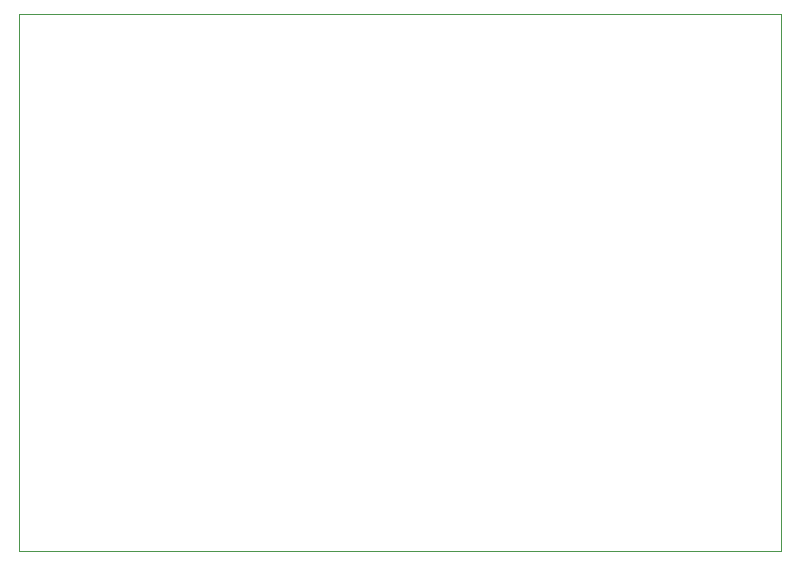
<source format=gbr>
%TF.GenerationSoftware,KiCad,Pcbnew,9.0.6*%
%TF.CreationDate,2025-12-15T09:48:03-08:00*%
%TF.ProjectId,AmeliasHackpad,416d656c-6961-4734-9861-636b7061642e,rev?*%
%TF.SameCoordinates,Original*%
%TF.FileFunction,Profile,NP*%
%FSLAX46Y46*%
G04 Gerber Fmt 4.6, Leading zero omitted, Abs format (unit mm)*
G04 Created by KiCad (PCBNEW 9.0.6) date 2025-12-15 09:48:03*
%MOMM*%
%LPD*%
G01*
G04 APERTURE LIST*
%TA.AperFunction,Profile*%
%ADD10C,0.050000*%
%TD*%
G04 APERTURE END LIST*
D10*
X132400000Y-66120000D02*
X196900000Y-66120000D01*
X196900000Y-111620000D01*
X132400000Y-111620000D01*
X132400000Y-66120000D01*
M02*

</source>
